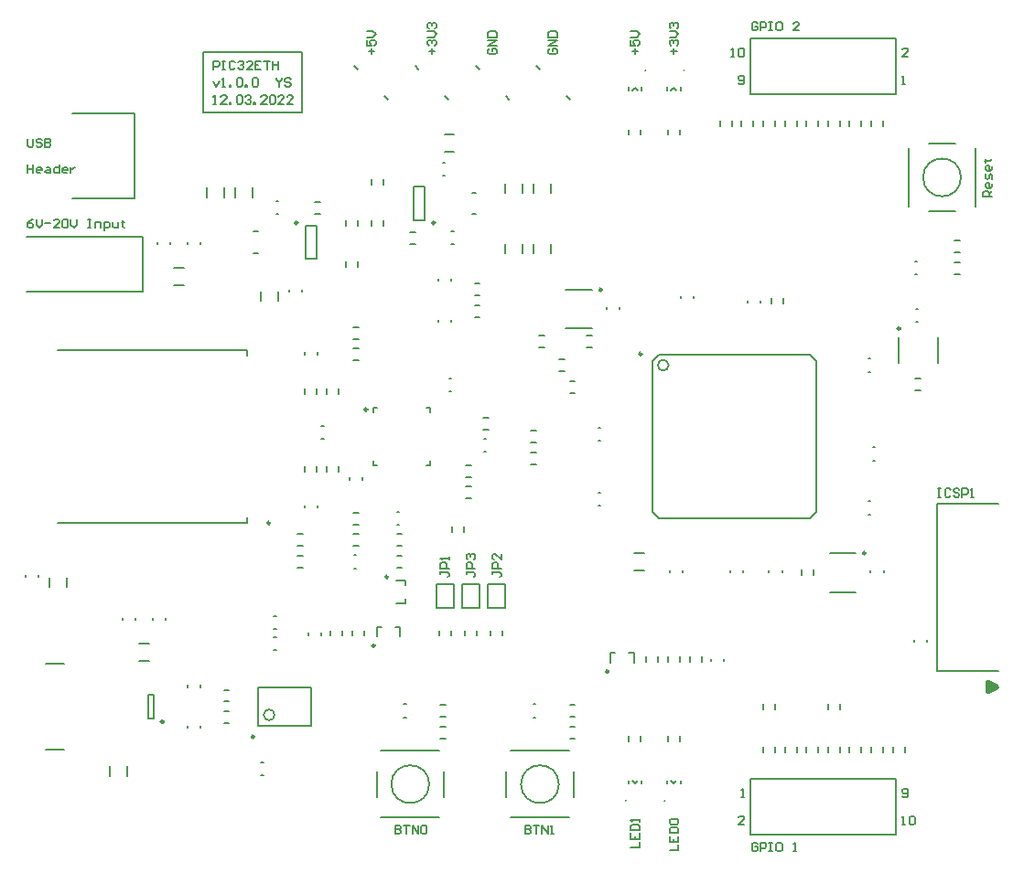
<source format=gto>
G04*
G04 #@! TF.GenerationSoftware,Altium Limited,Altium Designer,20.2.8 (258)*
G04*
G04 Layer_Color=65535*
%FSLAX44Y44*%
%MOMM*%
G71*
G04*
G04 #@! TF.SameCoordinates,D94C3FF0-480C-42D2-A4DF-6CDED05E9D2A*
G04*
G04*
G04 #@! TF.FilePolarity,Positive*
G04*
G01*
G75*
%ADD10C,0.2500*%
%ADD11C,0.2000*%
G36*
X915578Y-225789D02*
X924000Y-230000D01*
X924568Y-230284D01*
X925236Y-231365D01*
X925236Y-232635D01*
X924568Y-233716D01*
X924000Y-234000D01*
X924000D01*
X915578Y-238211D01*
X915003Y-238498D01*
X913719Y-238441D01*
X912626Y-237765D01*
X912000Y-236643D01*
Y-236000D01*
Y-236000D01*
X912000Y-228000D01*
X912000Y-227357D01*
X912626Y-226235D01*
X913719Y-225559D01*
X915003Y-225502D01*
X915578Y-225789D01*
X915578Y-225789D01*
D02*
G37*
D10*
X557250Y136000D02*
G03*
X557250Y136000I-1250J0D01*
G01*
X594250Y76500D02*
G03*
X594250Y76500I-1250J0D01*
G01*
X151750Y-264250D02*
G03*
X151750Y-264250I-1250J0D01*
G01*
X250250Y-80000D02*
G03*
X250250Y-80000I-1250J0D01*
G01*
X347250Y-193750D02*
G03*
X347250Y-193750I-1250J0D01*
G01*
X340250Y25000D02*
G03*
X340250Y25000I-1250J0D01*
G01*
X235525Y-278000D02*
G03*
X235525Y-278000I-1250J0D01*
G01*
X402750Y198000D02*
G03*
X402750Y198000I-1250J0D01*
G01*
X801250Y-108000D02*
G03*
X801250Y-108000I-1250J0D01*
G01*
X833250Y100000D02*
G03*
X833250Y100000I-1250J0D01*
G01*
X275750Y198000D02*
G03*
X275750Y198000I-1250J0D01*
G01*
X359500Y-130000D02*
G03*
X359500Y-130000I-1250J0D01*
G01*
X563250Y-217750D02*
G03*
X563250Y-217750I-1250J0D01*
G01*
D11*
X619000Y66000D02*
G03*
X619000Y66000I-5000J0D01*
G01*
X397500Y-322000D02*
G03*
X397500Y-322000I-17500J0D01*
G01*
X597500Y339000D02*
G03*
X597500Y339000I-500J0D01*
G01*
X517500Y-322000D02*
G03*
X517500Y-322000I-17500J0D01*
G01*
X254500Y-257750D02*
G03*
X254500Y-257750I-5000J0D01*
G01*
X615500Y-337000D02*
G03*
X615500Y-337000I-500J0D01*
G01*
X579500D02*
G03*
X579500Y-337000I-500J0D01*
G01*
X889500Y240000D02*
G03*
X889500Y240000I-17500J0D01*
G01*
X633500Y339000D02*
G03*
X633500Y339000I-500J0D01*
G01*
X188000Y356000D02*
X280000D01*
X188000Y300000D02*
X280000D01*
Y356000D01*
X188000Y300000D02*
Y356000D01*
X598500Y-208500D02*
Y-203500D01*
X609500Y-208500D02*
Y-203500D01*
X543500Y82500D02*
X548500D01*
X543500Y93500D02*
X548500D01*
X524000Y100000D02*
X548000D01*
X524000Y136000D02*
X548000D01*
X562000Y118000D02*
Y120000D01*
X574000Y118000D02*
Y120000D01*
X499500Y82500D02*
X504500D01*
X499500Y93500D02*
X504500D01*
X883500Y150500D02*
X888500D01*
X883500Y161500D02*
X888500D01*
X604000Y-70000D02*
Y70000D01*
X756000Y-70000D02*
Y70000D01*
X610000Y76000D02*
X750000D01*
X610000Y-76000D02*
X750000D01*
X604000Y70000D02*
X610000Y76000D01*
X750000D02*
X756000Y70000D01*
X604000Y-70000D02*
X610000Y-76000D01*
X750000D02*
X756000Y-70000D01*
X517500Y60500D02*
X522500D01*
X517500Y71500D02*
X522500D01*
X407500Y-259500D02*
X412500D01*
X407500Y-248500D02*
X412500D01*
X374000Y-260000D02*
X376000D01*
X374000Y-248000D02*
X376000D01*
X349000Y-334000D02*
Y-310000D01*
X353000Y-353000D02*
X407000D01*
X411000Y-334000D02*
Y-310000D01*
X353000Y-291000D02*
X407000D01*
X407500Y-279500D02*
X412500D01*
X407500Y-268500D02*
X412500D01*
X642000Y128000D02*
Y130000D01*
X630000Y128000D02*
Y130000D01*
X808000Y-10000D02*
X810000D01*
X808000Y-22000D02*
X810000D01*
X804000Y-72000D02*
X806000D01*
X804000Y-60000D02*
X806000D01*
X688000Y-126000D02*
Y-124000D01*
X676000Y-126000D02*
Y-124000D01*
X554000Y-52000D02*
X556000D01*
X554000Y-64000D02*
X556000D01*
X510000Y225500D02*
Y234500D01*
X494000Y225500D02*
Y234500D01*
X137500Y-239000D02*
X142500D01*
X137500Y-261000D02*
X142500D01*
X137500D02*
Y-239000D01*
X142500Y-261000D02*
Y-239000D01*
X594000Y320500D02*
Y323500D01*
X585460Y320730D02*
X588000Y323270D01*
X590540Y320730D01*
X582000Y320500D02*
Y323500D01*
X129500Y-192000D02*
X138500D01*
X129500Y-208000D02*
X138500D01*
X867300Y-62530D02*
X924450D01*
X867300Y-217470D02*
X924450D01*
X867300D02*
Y-62530D01*
X229000Y75000D02*
Y80000D01*
Y-80000D02*
Y-75000D01*
X54000Y80000D02*
X229000D01*
X54000Y-80000D02*
X229000D01*
X43000Y-210000D02*
X60000D01*
X43000Y-290000D02*
X60000D01*
X24750Y134600D02*
X132700D01*
Y185400D01*
X24750D02*
X132700D01*
X829310Y316865D02*
Y368935D01*
X694690D02*
X829310D01*
X694690Y316865D02*
X829310D01*
X694690D02*
Y368935D01*
X67550Y299370D02*
X124700D01*
Y220630D02*
Y299370D01*
X67550Y220630D02*
X124700D01*
X444000Y-159000D02*
Y-137000D01*
X428000D02*
X444000D01*
X428000Y-159000D02*
X444000D01*
X428000D02*
Y-137000D01*
X437000Y226000D02*
X441000D01*
X437000Y206000D02*
X441000D01*
X370750Y-185250D02*
Y-176250D01*
X366500D02*
X370750D01*
X349250D02*
X353500D01*
X349250Y-185250D02*
Y-176250D01*
X473000Y-291000D02*
X527000D01*
X531000Y-334000D02*
Y-310000D01*
X473000Y-353000D02*
X527000D01*
X469000Y-334000D02*
Y-310000D01*
X524304Y315696D02*
X527556Y312444D01*
X496444Y343556D02*
X499696Y340304D01*
X394750Y26500D02*
X398500D01*
Y22750D02*
Y26500D01*
X394750Y-26500D02*
X398500D01*
Y-22750D01*
X345500Y26500D02*
X349250D01*
X345500Y22750D02*
Y26500D01*
Y-26500D02*
Y-22750D01*
Y-26500D02*
X349250D01*
X288500Y-267750D02*
Y-232250D01*
X239500D02*
X288500D01*
X239500Y-267750D02*
X288500D01*
X239500D02*
Y-232250D01*
X383000Y231500D02*
X393000D01*
X383000Y200500D02*
Y231500D01*
X393000Y200500D02*
Y231500D01*
X383000Y200500D02*
X393000D01*
X883500Y181500D02*
X888500D01*
X883500Y170500D02*
X888500D01*
X847000Y162000D02*
X849000D01*
X847000Y150000D02*
X849000D01*
X234000Y221500D02*
Y230500D01*
X218000Y221500D02*
Y230500D01*
X298000Y-184000D02*
Y-182000D01*
X286000Y-184000D02*
Y-182000D01*
X317500Y-184500D02*
Y-179500D01*
X306500Y-184500D02*
Y-179500D01*
X337500Y-184500D02*
Y-179500D01*
X326500Y-184500D02*
Y-179500D01*
X465500Y-184500D02*
Y-179500D01*
X454500Y-184500D02*
Y-179500D01*
X441500Y-184500D02*
Y-179500D01*
X430500Y-184500D02*
Y-179500D01*
X417500Y-184500D02*
Y-179500D01*
X406500Y-184500D02*
Y-179500D01*
X632000Y-126000D02*
Y-124000D01*
X620000Y-126000D02*
Y-124000D01*
X753500Y-128500D02*
Y-123500D01*
X742500Y-128500D02*
Y-123500D01*
X818000Y-126000D02*
Y-124000D01*
X806000Y-126000D02*
Y-124000D01*
X846000Y-190000D02*
Y-188000D01*
X858000Y-190000D02*
Y-188000D01*
X717500Y-252500D02*
Y-247500D01*
X706500Y-252500D02*
Y-247500D01*
X777500Y-252500D02*
Y-247500D01*
X766500Y-252500D02*
Y-247500D01*
X837500Y-292500D02*
Y-287500D01*
X826500Y-292500D02*
Y-287500D01*
X817500Y-292500D02*
Y-287500D01*
X806500Y-292500D02*
Y-287500D01*
X797500Y-292500D02*
Y-287500D01*
X786500Y-292500D02*
Y-287500D01*
X777500Y-292500D02*
Y-287500D01*
X766500Y-292500D02*
Y-287500D01*
X757500Y-292500D02*
Y-287500D01*
X746500Y-292500D02*
Y-287500D01*
X737500Y-292500D02*
Y-287500D01*
X726500Y-292500D02*
Y-287500D01*
X717500Y-292500D02*
Y-287500D01*
X706500Y-292500D02*
Y-287500D01*
X630000Y-321500D02*
Y-318500D01*
X624000Y-321270D02*
X626540Y-318730D01*
X618000Y-321500D02*
Y-318500D01*
X621460Y-318730D02*
X624000Y-321270D01*
X594000Y-321500D02*
Y-318500D01*
X588000Y-321270D02*
X590540Y-318730D01*
X582000Y-321500D02*
Y-318500D01*
X585460Y-318730D02*
X588000Y-321270D01*
X629500Y-282500D02*
Y-277500D01*
X618500Y-282500D02*
Y-277500D01*
X593500Y-282500D02*
Y-277500D01*
X582500Y-282500D02*
Y-277500D01*
X242000Y-302000D02*
X244000D01*
X242000Y-314000D02*
X244000D01*
X186000Y-232000D02*
Y-230000D01*
X174000Y-232000D02*
Y-230000D01*
X207500Y-254500D02*
X212500D01*
X207500Y-265500D02*
X212500D01*
X207500Y-234500D02*
X212500D01*
X207500Y-245500D02*
X212500D01*
X186000Y-270000D02*
Y-268000D01*
X174000Y-270000D02*
Y-268000D01*
X118000Y-314500D02*
Y-305500D01*
X102000Y-314500D02*
Y-305500D01*
X154000Y-170000D02*
Y-168000D01*
X142000Y-170000D02*
Y-168000D01*
X126000Y-170000D02*
Y-168000D01*
X114000Y-170000D02*
Y-168000D01*
X62000Y-139500D02*
Y-130500D01*
X46000Y-139500D02*
Y-130500D01*
X36000Y-130000D02*
Y-128000D01*
X24000Y-130000D02*
Y-128000D01*
X412304Y315696D02*
X415556Y312444D01*
X384444Y343556D02*
X387696Y340304D01*
X356304Y315696D02*
X359556Y312444D01*
X328444Y343556D02*
X331696Y340304D01*
X860000Y271000D02*
X884000D01*
X903000Y213000D02*
Y267000D01*
X860000Y209000D02*
X884000D01*
X841000Y213000D02*
Y267000D01*
X593500Y279500D02*
Y284500D01*
X582500Y279500D02*
Y284500D01*
X629500Y279500D02*
Y284500D01*
X618500Y279500D02*
Y284500D01*
X355500Y233500D02*
Y238500D01*
X344500Y233500D02*
Y238500D01*
X355500Y195500D02*
Y200500D01*
X344500Y195500D02*
Y200500D01*
X379500Y189500D02*
X384500D01*
X379500Y178500D02*
X384500D01*
X768000Y-108000D02*
X792000D01*
X768000Y-144000D02*
X792000D01*
X868000Y68000D02*
Y92000D01*
X832000Y68000D02*
Y92000D01*
X283000Y195500D02*
X293000D01*
X283000Y164500D02*
X293000D01*
X283000D02*
Y195500D01*
X293000Y164500D02*
Y195500D01*
X468304Y315696D02*
X471556Y312444D01*
X440444Y343556D02*
X443696Y340304D01*
X447500Y17500D02*
X452500D01*
X447500Y6500D02*
X452500D01*
X491500Y5500D02*
X496500D01*
X491500Y-5500D02*
X496500D01*
X431500Y-46500D02*
X436500D01*
X431500Y-57500D02*
X436500D01*
X327500Y-70500D02*
X332500D01*
X327500Y-81500D02*
X332500D01*
X431500Y-26500D02*
X436500D01*
X431500Y-37500D02*
X436500D01*
X331500Y157500D02*
Y162500D01*
X320500Y157500D02*
Y162500D01*
X331500Y195500D02*
Y200500D01*
X320500Y195500D02*
Y200500D01*
X291500Y217500D02*
X296500D01*
X291500Y206500D02*
X296500D01*
X527500Y-268500D02*
X532500D01*
X527500Y-279500D02*
X532500D01*
X527500Y-248500D02*
X532500D01*
X527500Y-259500D02*
X532500D01*
X275500Y-90500D02*
X280500D01*
X275500Y-101500D02*
X280500D01*
X327500Y81500D02*
X332500D01*
X327500Y70500D02*
X332500D01*
X367500Y-110500D02*
X372500D01*
X367500Y-121500D02*
X372500D01*
X429500Y-88500D02*
Y-83500D01*
X418500Y-88500D02*
Y-83500D01*
X367500Y-90500D02*
X372500D01*
X367500Y-101500D02*
X372500D01*
X327500Y101500D02*
X332500D01*
X327500Y90500D02*
X332500D01*
X439500Y141500D02*
X444500D01*
X439500Y130500D02*
X444500D01*
X439500Y121500D02*
X444500D01*
X439500Y110500D02*
X444500D01*
X491500Y-14500D02*
X496500D01*
X491500Y-25500D02*
X496500D01*
X327500Y-90500D02*
X332500D01*
X327500Y-101500D02*
X332500D01*
X725500Y123500D02*
Y128500D01*
X714500Y123500D02*
Y128500D01*
X527500Y51500D02*
X532500D01*
X527500Y40500D02*
X532500D01*
X275500Y-110500D02*
X280500D01*
X275500Y-121500D02*
X280500D01*
X293500Y39500D02*
Y44500D01*
X282500Y39500D02*
Y44500D01*
X313500Y39500D02*
Y44500D01*
X302500Y39500D02*
Y44500D01*
X293500Y-32500D02*
Y-27500D01*
X282500Y-32500D02*
Y-27500D01*
X313500Y-32500D02*
Y-27500D01*
X302500Y-32500D02*
Y-27500D01*
X847500Y53500D02*
X852500D01*
X847500Y42500D02*
X852500D01*
X649500Y-208500D02*
Y-203500D01*
X638500Y-208500D02*
Y-203500D01*
X629500Y-208500D02*
Y-203500D01*
X618500Y-208500D02*
Y-203500D01*
X697500Y287500D02*
Y292500D01*
X686500Y287500D02*
Y292500D01*
X717500Y287500D02*
Y292500D01*
X706500Y287500D02*
Y292500D01*
X677500Y287500D02*
Y292500D01*
X666500Y287500D02*
Y292500D01*
X737500Y287500D02*
Y292500D01*
X726500Y287500D02*
Y292500D01*
X817500Y287500D02*
Y292500D01*
X806500Y287500D02*
Y292500D01*
X757500Y287500D02*
Y292500D01*
X746500Y287500D02*
Y292500D01*
X797500Y287500D02*
Y292500D01*
X786500Y287500D02*
Y292500D01*
X777500Y287500D02*
Y292500D01*
X766500Y287500D02*
Y292500D01*
X829310Y-368935D02*
Y-316865D01*
X694690D02*
X829310D01*
X694690Y-368935D02*
X829310D01*
X694690D02*
Y-316865D01*
X161500Y156000D02*
X170500D01*
X161500Y140000D02*
X170500D01*
X510000Y169500D02*
Y178500D01*
X494000Y169500D02*
Y178500D01*
X587500Y-108000D02*
X596500D01*
X587500Y-124000D02*
X596500D01*
X366750Y-133250D02*
X375750D01*
Y-137500D02*
Y-133250D01*
Y-154750D02*
Y-150500D01*
X366750Y-154750D02*
X375750D01*
X586750Y-209250D02*
Y-200250D01*
X582500D02*
X586750D01*
X565250Y-209250D02*
Y-200250D01*
X569500D01*
X235000Y190000D02*
X239000D01*
X235000Y170000D02*
X239000D01*
X468000Y-159000D02*
Y-137000D01*
X452000D02*
X468000D01*
X452000Y-159000D02*
X468000D01*
X452000D02*
Y-137000D01*
X420000Y-159000D02*
Y-137000D01*
X404000D02*
X420000D01*
X404000Y-159000D02*
X420000D01*
X404000D02*
Y-137000D01*
X411500Y280000D02*
X420500D01*
X411500Y264000D02*
X420500D01*
X418000Y190000D02*
X420000D01*
X418000Y178000D02*
X420000D01*
X208000Y221500D02*
Y230500D01*
X192000Y221500D02*
Y230500D01*
X280000Y134000D02*
Y136000D01*
X268000Y134000D02*
Y136000D01*
X258000Y125500D02*
Y134500D01*
X242000Y125500D02*
Y134500D01*
X186000Y178000D02*
Y180000D01*
X174000Y178000D02*
Y180000D01*
X158000Y178000D02*
Y180000D01*
X146000Y178000D02*
Y180000D01*
X256000Y218000D02*
X258000D01*
X256000Y206000D02*
X258000D01*
X494000Y-248000D02*
X496000D01*
X494000Y-260000D02*
X496000D01*
X630000Y320500D02*
Y323500D01*
X621460Y320730D02*
X624000Y323270D01*
X626540Y320730D01*
X618000Y320500D02*
Y323500D01*
X484000Y225500D02*
Y234500D01*
X468000Y225500D02*
Y234500D01*
X410000Y254000D02*
X412000D01*
X410000Y242000D02*
X412000D01*
X254000Y-186000D02*
X256000D01*
X254000Y-198000D02*
X256000D01*
X254000Y-166000D02*
X256000D01*
X254000Y-178000D02*
X256000D01*
X328000Y-110000D02*
X330000D01*
X328000Y-122000D02*
X330000D01*
X294000Y76000D02*
Y78000D01*
X282000Y76000D02*
Y78000D01*
X294000Y-66000D02*
Y-64000D01*
X282000Y-66000D02*
Y-64000D01*
X368000Y-70000D02*
X370000D01*
X368000Y-82000D02*
X370000D01*
X724000Y-126000D02*
Y-124000D01*
X712000Y-126000D02*
Y-124000D01*
X554000Y8000D02*
X556000D01*
X554000Y-4000D02*
X556000D01*
X848000Y118000D02*
X850000D01*
X848000Y106000D02*
X850000D01*
X670000Y-208000D02*
Y-206000D01*
X658000Y-208000D02*
Y-206000D01*
X416000Y54000D02*
X418000D01*
X416000Y42000D02*
X418000D01*
X448000Y-2000D02*
X450000D01*
X448000Y-14000D02*
X450000D01*
X336000Y-40000D02*
Y-38000D01*
X324000Y-40000D02*
Y-38000D01*
X298000Y10000D02*
X300000D01*
X298000Y-2000D02*
X300000D01*
X418000Y144000D02*
Y146000D01*
X406000Y144000D02*
Y146000D01*
X484000Y169500D02*
Y178500D01*
X468000Y169500D02*
Y178500D01*
X418000Y106000D02*
Y108000D01*
X406000Y106000D02*
Y108000D01*
X704000Y124000D02*
Y126000D01*
X692000Y124000D02*
Y126000D01*
X804000Y60000D02*
X806000D01*
X804000Y72000D02*
X806000D01*
X198000Y329333D02*
X200666Y324001D01*
X203332Y329333D01*
X205997Y324001D02*
X208663D01*
X207330D01*
Y331999D01*
X205997Y330666D01*
X212662Y324001D02*
Y325334D01*
X213995D01*
Y324001D01*
X212662D01*
X219326Y330666D02*
X220659Y331999D01*
X223325D01*
X224658Y330666D01*
Y325334D01*
X223325Y324001D01*
X220659D01*
X219326Y325334D01*
Y330666D01*
X227324Y324001D02*
Y325334D01*
X228657D01*
Y324001D01*
X227324D01*
X233988Y330666D02*
X235321Y331999D01*
X237987D01*
X239320Y330666D01*
Y325334D01*
X237987Y324001D01*
X235321D01*
X233988Y325334D01*
Y330666D01*
X198000Y308001D02*
X200666D01*
X199333D01*
Y315999D01*
X198000Y314666D01*
X209996Y308001D02*
X204664D01*
X209996Y313333D01*
Y314666D01*
X208663Y315999D01*
X205997D01*
X204664Y314666D01*
X212662Y308001D02*
Y309334D01*
X213995D01*
Y308001D01*
X212662D01*
X219326Y314666D02*
X220659Y315999D01*
X223325D01*
X224658Y314666D01*
Y309334D01*
X223325Y308001D01*
X220659D01*
X219326Y309334D01*
Y314666D01*
X227324D02*
X228657Y315999D01*
X231323D01*
X232656Y314666D01*
Y313333D01*
X231323Y312000D01*
X229990D01*
X231323D01*
X232656Y310667D01*
Y309334D01*
X231323Y308001D01*
X228657D01*
X227324Y309334D01*
X235321Y308001D02*
Y309334D01*
X236654D01*
Y308001D01*
X235321D01*
X247317D02*
X241986D01*
X247317Y313333D01*
Y314666D01*
X245984Y315999D01*
X243319D01*
X241986Y314666D01*
X249983D02*
X251316Y315999D01*
X253982D01*
X255315Y314666D01*
Y309334D01*
X253982Y308001D01*
X251316D01*
X249983Y309334D01*
Y314666D01*
X263312Y308001D02*
X257981D01*
X263312Y313333D01*
Y314666D01*
X261979Y315999D01*
X259314D01*
X257981Y314666D01*
X271310Y308001D02*
X265978D01*
X271310Y313333D01*
Y314666D01*
X269977Y315999D01*
X267311D01*
X265978Y314666D01*
X198000Y340001D02*
Y347999D01*
X201999D01*
X203332Y346666D01*
Y344000D01*
X201999Y342667D01*
X198000D01*
X205997Y347999D02*
X208663D01*
X207330D01*
Y340001D01*
X205997D01*
X208663D01*
X217994Y346666D02*
X216661Y347999D01*
X213995D01*
X212662Y346666D01*
Y341334D01*
X213995Y340001D01*
X216661D01*
X217994Y341334D01*
X220659Y346666D02*
X221992Y347999D01*
X224658D01*
X225991Y346666D01*
Y345333D01*
X224658Y344000D01*
X223325D01*
X224658D01*
X225991Y342667D01*
Y341334D01*
X224658Y340001D01*
X221992D01*
X220659Y341334D01*
X233988Y340001D02*
X228657D01*
X233988Y345333D01*
Y346666D01*
X232656Y347999D01*
X229990D01*
X228657Y346666D01*
X241986Y347999D02*
X236654D01*
Y340001D01*
X241986D01*
X236654Y344000D02*
X239320D01*
X244652Y347999D02*
X249983D01*
X247317D01*
Y340001D01*
X252649Y347999D02*
Y340001D01*
Y344000D01*
X257981D01*
Y347999D01*
Y340001D01*
X256000Y331999D02*
Y330666D01*
X258666Y328000D01*
X261331Y330666D01*
Y331999D01*
X258666Y328000D02*
Y324001D01*
X269329Y330666D02*
X267996Y331999D01*
X265330D01*
X263997Y330666D01*
Y329333D01*
X265330Y328000D01*
X267996D01*
X269329Y326667D01*
Y325334D01*
X267996Y324001D01*
X265330D01*
X263997Y325334D01*
X868000Y-48001D02*
X870666D01*
X869333D01*
Y-55999D01*
X868000D01*
X870666D01*
X879996Y-49334D02*
X878663Y-48001D01*
X875997D01*
X874665Y-49334D01*
Y-54666D01*
X875997Y-55999D01*
X878663D01*
X879996Y-54666D01*
X887994Y-49334D02*
X886661Y-48001D01*
X883995D01*
X882662Y-49334D01*
Y-50667D01*
X883995Y-52000D01*
X886661D01*
X887994Y-53333D01*
Y-54666D01*
X886661Y-55999D01*
X883995D01*
X882662Y-54666D01*
X890659Y-55999D02*
Y-48001D01*
X894658D01*
X895991Y-49334D01*
Y-52000D01*
X894658Y-53333D01*
X890659D01*
X898657Y-55999D02*
X901323D01*
X899990D01*
Y-48001D01*
X898657Y-49334D01*
X701332Y-377334D02*
X699999Y-376001D01*
X697333D01*
X696000Y-377334D01*
Y-382666D01*
X697333Y-383999D01*
X699999D01*
X701332Y-382666D01*
Y-380000D01*
X698666D01*
X703997Y-383999D02*
Y-376001D01*
X707996D01*
X709329Y-377334D01*
Y-380000D01*
X707996Y-381333D01*
X703997D01*
X711995Y-376001D02*
X714661D01*
X713328D01*
Y-383999D01*
X711995D01*
X714661D01*
X722658Y-376001D02*
X719992D01*
X718659Y-377334D01*
Y-382666D01*
X719992Y-383999D01*
X722658D01*
X723991Y-382666D01*
Y-377334D01*
X722658Y-376001D01*
X734654Y-383999D02*
X737320D01*
X735987D01*
Y-376001D01*
X734654Y-377334D01*
X701332Y382666D02*
X699999Y383999D01*
X697333D01*
X696000Y382666D01*
Y377334D01*
X697333Y376001D01*
X699999D01*
X701332Y377334D01*
Y380000D01*
X698666D01*
X703997Y376001D02*
Y383999D01*
X707996D01*
X709329Y382666D01*
Y380000D01*
X707996Y378667D01*
X703997D01*
X711995Y383999D02*
X714661D01*
X713328D01*
Y376001D01*
X711995D01*
X714661D01*
X722658Y383999D02*
X719992D01*
X718659Y382666D01*
Y377334D01*
X719992Y376001D01*
X722658D01*
X723991Y377334D01*
Y382666D01*
X722658Y383999D01*
X739986Y376001D02*
X734654D01*
X739986Y381333D01*
Y382666D01*
X738653Y383999D01*
X735987D01*
X734654Y382666D01*
X408001Y-124668D02*
Y-127334D01*
Y-126001D01*
X414666D01*
X415999Y-127334D01*
Y-128667D01*
X414666Y-130000D01*
X415999Y-122003D02*
X408001D01*
Y-118004D01*
X409334Y-116671D01*
X412000D01*
X413333Y-118004D01*
Y-122003D01*
X415999Y-114005D02*
Y-111339D01*
Y-112672D01*
X408001D01*
X409334Y-114005D01*
X432001Y-124668D02*
Y-127334D01*
Y-126001D01*
X438666D01*
X439999Y-127334D01*
Y-128667D01*
X438666Y-130000D01*
X439999Y-122003D02*
X432001D01*
Y-118004D01*
X433334Y-116671D01*
X436000D01*
X437333Y-118004D01*
Y-122003D01*
X433334Y-114005D02*
X432001Y-112672D01*
Y-110007D01*
X433334Y-108674D01*
X434667D01*
X436000Y-110007D01*
Y-111339D01*
Y-110007D01*
X437333Y-108674D01*
X438666D01*
X439999Y-110007D01*
Y-112672D01*
X438666Y-114005D01*
X456001Y-124668D02*
Y-127334D01*
Y-126001D01*
X462666D01*
X463999Y-127334D01*
Y-128667D01*
X462666Y-130000D01*
X463999Y-122003D02*
X456001D01*
Y-118004D01*
X457334Y-116671D01*
X460000D01*
X461333Y-118004D01*
Y-122003D01*
X463999Y-108674D02*
Y-114005D01*
X458667Y-108674D01*
X457334D01*
X456001Y-110007D01*
Y-112672D01*
X457334Y-114005D01*
X917999Y222000D02*
X910001D01*
Y225999D01*
X911334Y227332D01*
X914000D01*
X915333Y225999D01*
Y222000D01*
Y224666D02*
X917999Y227332D01*
Y233996D02*
Y231330D01*
X916666Y229997D01*
X914000D01*
X912667Y231330D01*
Y233996D01*
X914000Y235329D01*
X915333D01*
Y229997D01*
X917999Y237995D02*
Y241994D01*
X916666Y243326D01*
X915333Y241994D01*
Y239328D01*
X914000Y237995D01*
X912667Y239328D01*
Y243326D01*
X917999Y249991D02*
Y247325D01*
X916666Y245992D01*
X914000D01*
X912667Y247325D01*
Y249991D01*
X914000Y251324D01*
X915333D01*
Y245992D01*
X911334Y255323D02*
X912667D01*
Y253990D01*
Y256656D01*
Y255323D01*
X916666D01*
X917999Y256656D01*
X620001Y-383324D02*
X627999D01*
Y-377992D01*
X620001Y-369995D02*
Y-375326D01*
X627999D01*
Y-369995D01*
X624000Y-375326D02*
Y-372661D01*
X620001Y-367329D02*
X627999D01*
Y-363330D01*
X626666Y-361997D01*
X621334D01*
X620001Y-363330D01*
Y-367329D01*
X621334Y-359332D02*
X620001Y-357999D01*
Y-355333D01*
X621334Y-354000D01*
X626666D01*
X627999Y-355333D01*
Y-357999D01*
X626666Y-359332D01*
X621334D01*
X584001Y-380658D02*
X591999D01*
Y-375326D01*
X584001Y-367329D02*
Y-372661D01*
X591999D01*
Y-367329D01*
X588000Y-372661D02*
Y-369995D01*
X584001Y-364663D02*
X591999D01*
Y-360664D01*
X590666Y-359332D01*
X585334D01*
X584001Y-360664D01*
Y-364663D01*
X591999Y-356666D02*
Y-354000D01*
Y-355333D01*
X584001D01*
X585334Y-356666D01*
X588000Y354000D02*
Y359332D01*
X585334Y356666D02*
X590666D01*
X584001Y367329D02*
Y361997D01*
X588000D01*
X586667Y364663D01*
Y365996D01*
X588000Y367329D01*
X590666D01*
X591999Y365996D01*
Y363330D01*
X590666Y361997D01*
X584001Y369995D02*
X589333D01*
X591999Y372661D01*
X589333Y375326D01*
X584001D01*
X624000Y354000D02*
Y359332D01*
X621334Y356666D02*
X626666D01*
X621334Y361997D02*
X620001Y363330D01*
Y365996D01*
X621334Y367329D01*
X622667D01*
X624000Y365996D01*
Y364663D01*
Y365996D01*
X625333Y367329D01*
X626666D01*
X627999Y365996D01*
Y363330D01*
X626666Y361997D01*
X620001Y369995D02*
X625333D01*
X627999Y372661D01*
X625333Y375326D01*
X620001D01*
X621334Y377992D02*
X620001Y379325D01*
Y381991D01*
X621334Y383324D01*
X622667D01*
X624000Y381991D01*
Y380658D01*
Y381991D01*
X625333Y383324D01*
X626666D01*
X627999Y381991D01*
Y379325D01*
X626666Y377992D01*
X835120Y-359599D02*
X837786D01*
X836453D01*
Y-351601D01*
X835120Y-352934D01*
X841785D02*
X843117Y-351601D01*
X845783D01*
X847116Y-352934D01*
Y-358266D01*
X845783Y-359599D01*
X843117D01*
X841785Y-358266D01*
Y-352934D01*
X835120Y-332866D02*
X836453Y-334199D01*
X839119D01*
X840452Y-332866D01*
Y-327534D01*
X839119Y-326201D01*
X836453D01*
X835120Y-327534D01*
Y-328867D01*
X836453Y-330200D01*
X840452D01*
X686214Y-334199D02*
X688880D01*
X687547D01*
Y-326201D01*
X686214Y-327534D01*
X688880Y-359599D02*
X683548D01*
X688880Y-354267D01*
Y-352934D01*
X687547Y-351601D01*
X684881D01*
X683548Y-352934D01*
Y327534D02*
X684881Y326201D01*
X687547D01*
X688880Y327534D01*
Y332866D01*
X687547Y334199D01*
X684881D01*
X683548Y332866D01*
Y331533D01*
X684881Y330200D01*
X688880D01*
X676884Y351601D02*
X679550D01*
X678217D01*
Y359599D01*
X676884Y358266D01*
X683548D02*
X684881Y359599D01*
X687547D01*
X688880Y358266D01*
Y352934D01*
X687547Y351601D01*
X684881D01*
X683548Y352934D01*
Y358266D01*
X840452Y351601D02*
X835120D01*
X840452Y356933D01*
Y358266D01*
X839119Y359599D01*
X836453D01*
X835120Y358266D01*
Y326201D02*
X837786D01*
X836453D01*
Y334199D01*
X835120Y332866D01*
X31332Y201332D02*
X28666Y199999D01*
X26000Y197333D01*
Y194667D01*
X27333Y193334D01*
X29999D01*
X31332Y194667D01*
Y196000D01*
X29999Y197333D01*
X26000D01*
X33997Y201332D02*
Y196000D01*
X36663Y193334D01*
X39329Y196000D01*
Y201332D01*
X41995Y197333D02*
X47326D01*
X55324Y193334D02*
X49992D01*
X55324Y198666D01*
Y199999D01*
X53991Y201332D01*
X51325D01*
X49992Y199999D01*
X57990D02*
X59323Y201332D01*
X61988D01*
X63321Y199999D01*
Y194667D01*
X61988Y193334D01*
X59323D01*
X57990Y194667D01*
Y199999D01*
X65987Y201332D02*
Y196000D01*
X68653Y193334D01*
X71319Y196000D01*
Y201332D01*
X81982D02*
X84648D01*
X83315D01*
Y193334D01*
X81982D01*
X84648D01*
X88646D02*
Y198666D01*
X92645D01*
X93978Y197333D01*
Y193334D01*
X96644Y190668D02*
Y198666D01*
X100643D01*
X101975Y197333D01*
Y194667D01*
X100643Y193334D01*
X96644D01*
X104641Y198666D02*
Y194667D01*
X105974Y193334D01*
X109973D01*
Y198666D01*
X113972Y199999D02*
Y198666D01*
X112639D01*
X115304D01*
X113972D01*
Y194667D01*
X115304Y193334D01*
X26000Y251999D02*
Y244001D01*
Y248000D01*
X31332D01*
Y251999D01*
Y244001D01*
X37996D02*
X35330D01*
X33997Y245334D01*
Y248000D01*
X35330Y249333D01*
X37996D01*
X39329Y248000D01*
Y246667D01*
X33997D01*
X43328Y249333D02*
X45994D01*
X47326Y248000D01*
Y244001D01*
X43328D01*
X41995Y245334D01*
X43328Y246667D01*
X47326D01*
X55324Y251999D02*
Y244001D01*
X51325D01*
X49992Y245334D01*
Y248000D01*
X51325Y249333D01*
X55324D01*
X61988Y244001D02*
X59323D01*
X57990Y245334D01*
Y248000D01*
X59323Y249333D01*
X61988D01*
X63321Y248000D01*
Y246667D01*
X57990D01*
X65987Y249333D02*
Y244001D01*
Y246667D01*
X67320Y248000D01*
X68653Y249333D01*
X69986D01*
X26000Y275999D02*
Y269334D01*
X27333Y268001D01*
X29999D01*
X31332Y269334D01*
Y275999D01*
X39329Y274666D02*
X37996Y275999D01*
X35330D01*
X33997Y274666D01*
Y273333D01*
X35330Y272000D01*
X37996D01*
X39329Y270667D01*
Y269334D01*
X37996Y268001D01*
X35330D01*
X33997Y269334D01*
X41995Y275999D02*
Y268001D01*
X45994D01*
X47326Y269334D01*
Y270667D01*
X45994Y272000D01*
X41995D01*
X45994D01*
X47326Y273333D01*
Y274666D01*
X45994Y275999D01*
X41995D01*
X486000Y-360001D02*
Y-367999D01*
X489999D01*
X491332Y-366666D01*
Y-365333D01*
X489999Y-364000D01*
X486000D01*
X489999D01*
X491332Y-362667D01*
Y-361334D01*
X489999Y-360001D01*
X486000D01*
X493997D02*
X499329D01*
X496663D01*
Y-367999D01*
X501995D02*
Y-360001D01*
X507326Y-367999D01*
Y-360001D01*
X509992Y-367999D02*
X512658D01*
X511325D01*
Y-360001D01*
X509992Y-361334D01*
X366000Y-360001D02*
Y-367999D01*
X369999D01*
X371332Y-366666D01*
Y-365333D01*
X369999Y-364000D01*
X366000D01*
X369999D01*
X371332Y-362667D01*
Y-361334D01*
X369999Y-360001D01*
X366000D01*
X373997D02*
X379329D01*
X376663D01*
Y-367999D01*
X381995D02*
Y-360001D01*
X387327Y-367999D01*
Y-360001D01*
X389992Y-361334D02*
X391325Y-360001D01*
X393991D01*
X395324Y-361334D01*
Y-366666D01*
X393991Y-367999D01*
X391325D01*
X389992Y-366666D01*
Y-361334D01*
X344000Y354000D02*
Y359332D01*
X341334Y356666D02*
X346666D01*
X340001Y367329D02*
Y361997D01*
X344000D01*
X342667Y364663D01*
Y365996D01*
X344000Y367329D01*
X346666D01*
X347999Y365996D01*
Y363330D01*
X346666Y361997D01*
X340001Y369995D02*
X345333D01*
X347999Y372661D01*
X345333Y375326D01*
X340001D01*
X400000Y354000D02*
Y359332D01*
X397334Y356666D02*
X402666D01*
X397334Y361997D02*
X396001Y363330D01*
Y365996D01*
X397334Y367329D01*
X398667D01*
X400000Y365996D01*
Y364663D01*
Y365996D01*
X401333Y367329D01*
X402666D01*
X403999Y365996D01*
Y363330D01*
X402666Y361997D01*
X396001Y369995D02*
X401333D01*
X403999Y372661D01*
X401333Y375326D01*
X396001D01*
X397334Y377992D02*
X396001Y379325D01*
Y381991D01*
X397334Y383324D01*
X398667D01*
X400000Y381991D01*
Y380658D01*
Y381991D01*
X401333Y383324D01*
X402666D01*
X403999Y381991D01*
Y379325D01*
X402666Y377992D01*
X453334Y359332D02*
X452001Y357999D01*
Y355333D01*
X453334Y354000D01*
X458666D01*
X459999Y355333D01*
Y357999D01*
X458666Y359332D01*
X456000D01*
Y356666D01*
X459999Y361997D02*
X452001D01*
X459999Y367329D01*
X452001D01*
Y369995D02*
X459999D01*
Y373994D01*
X458666Y375326D01*
X453334D01*
X452001Y373994D01*
Y369995D01*
X509334Y359332D02*
X508001Y357999D01*
Y355333D01*
X509334Y354000D01*
X514666D01*
X515999Y355333D01*
Y357999D01*
X514666Y359332D01*
X512000D01*
Y356666D01*
X515999Y361997D02*
X508001D01*
X515999Y367329D01*
X508001D01*
Y369995D02*
X515999D01*
Y373994D01*
X514666Y375326D01*
X509334D01*
X508001Y373994D01*
Y369995D01*
M02*

</source>
